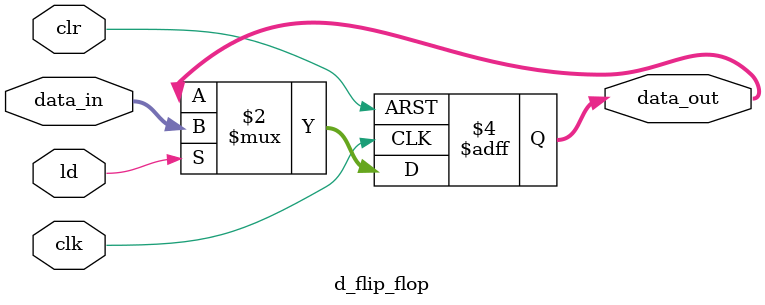
<source format=v>
`timescale 1ns / 1ps


module d_flip_flop(clr, ld, clk, data_in, data_out);
input clr, ld, clk;
input [3:0] data_in;
output [3:0] data_out;
reg [3:0] data_out;

always@(posedge clr or posedge clk)
begin
    if (clr) data_out <= 0;
    else if (ld) data_out <= data_in;

end 
endmodule

</source>
